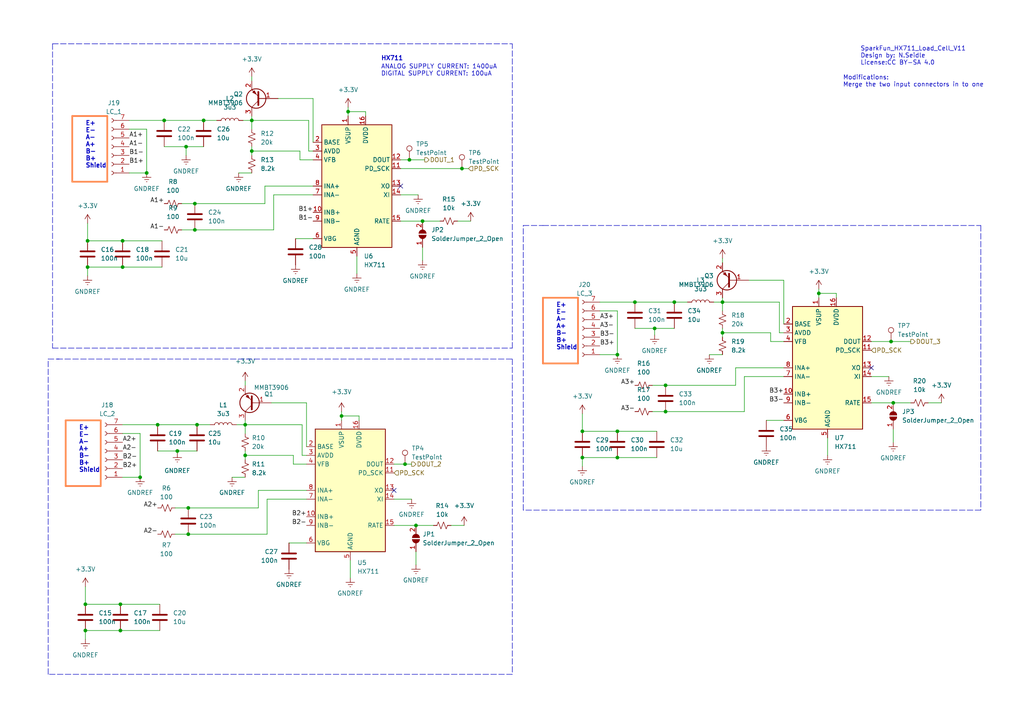
<source format=kicad_sch>
(kicad_sch (version 20211123) (generator eeschema)
  (paper "A4")
  (title_block (title "CAE32 pedals") (rev "2") (comment 1 "Desing by: janc18"))
  (lib_symbols
    (symbol "Analog_ADC:HX711"
      (property "Reference" "U" (at 5.08 21.59 0))
      (property "Value" "HX711" (at 7.62 19.05 0))
      (symbol "HX711_0_1"
        (rectangle (start -10.16 17.78) (end 10.16 -17.78) (stroke (width 0.254)) (fill (type background)))
      )
      (symbol "HX711_1_1"
        (pin power_in line (at -2.54 20.32 270) (length 2.54) (name "VSUP") (number "1"))
        (pin input line (at -12.7 -7.62 0) (length 2.54) (name "INB+") (number "10"))
        (pin input line (at 12.7 5.08 180) (length 2.54) (name "PD_SCK") (number "11"))
        (pin output line (at 12.7 7.62 180) (length 2.54) (name "DOUT") (number "12"))
        (pin passive line (at 12.7 0 180) (length 2.54) (name "XO") (number "13"))
        (pin passive line (at 12.7 -2.54 180) (length 2.54) (name "XI") (number "14"))
        (pin input line (at 12.7 -10.16 180) (length 2.54) (name "RATE") (number "15"))
        (pin power_in line (at 2.54 20.32 270) (length 2.54) (name "DVDD") (number "16"))
        (pin passive line (at -12.7 12.7 0) (length 2.54) (name "BASE") (number "2"))
        (pin power_in line (at -12.7 10.16 0) (length 2.54) (name "AVDD") (number "3"))
        (pin input line (at -12.7 7.62 0) (length 2.54) (name "VFB") (number "4"))
        (pin power_in line (at 0 -20.32 90) (length 2.54) (name "AGND") (number "5"))
        (pin passive line (at -12.7 -15.24 0) (length 2.54) (name "VBG") (number "6"))
        (pin input line (at -12.7 -2.54 0) (length 2.54) (name "INA-") (number "7"))
        (pin input line (at -12.7 0 0) (length 2.54) (name "INA+") (number "8"))
        (pin input line (at -12.7 -10.16 0) (length 2.54) (name "INB-") (number "9"))
      )
    )
    (symbol "Connector:Conn_01x07_Female" (pin_names (offset 1.016) hide)
      (property "Reference" "J" (at 0 10.16 0))
      (property "Value" "Conn_01x07_Female" (at 0 -10.16 0))
      (symbol "Conn_01x07_Female_1_1"
        (arc (start 0 -7.112) (mid -0.508 -7.62) (end 0 -8.128) (stroke (width 0.1524)))
        (arc (start 0 -4.572) (mid -0.508 -5.08) (end 0 -5.588) (stroke (width 0.1524)))
        (arc (start 0 -2.032) (mid -0.508 -2.54) (end 0 -3.048) (stroke (width 0.1524)))
        (polyline (pts (xy -1.27 -7.62) (xy -0.508 -7.62)) (stroke (width 0.1524)))
        (polyline (pts (xy -1.27 -5.08) (xy -0.508 -5.08)) (stroke (width 0.1524)))
        (polyline (pts (xy -1.27 -2.54) (xy -0.508 -2.54)) (stroke (width 0.1524)))
        (polyline (pts (xy -1.27 0) (xy -0.508 0)) (stroke (width 0.1524)))
        (polyline (pts (xy -1.27 2.54) (xy -0.508 2.54)) (stroke (width 0.1524)))
        (polyline (pts (xy -1.27 5.08) (xy -0.508 5.08)) (stroke (width 0.1524)))
        (polyline (pts (xy -1.27 7.62) (xy -0.508 7.62)) (stroke (width 0.1524)))
        (arc (start 0 0.508) (mid -0.508 0) (end 0 -0.508) (stroke (width 0.1524)))
        (arc (start 0 3.048) (mid -0.508 2.54) (end 0 2.032) (stroke (width 0.1524)))
        (arc (start 0 5.588) (mid -0.508 5.08) (end 0 4.572) (stroke (width 0.1524)))
        (arc (start 0 8.128) (mid -0.508 7.62) (end 0 7.112) (stroke (width 0.1524)))
        (pin passive line (at -5.08 7.62 0) (length 3.81) (name "Pin_1") (number "1"))
        (pin passive line (at -5.08 5.08 0) (length 3.81) (name "Pin_2") (number "2"))
        (pin passive line (at -5.08 2.54 0) (length 3.81) (name "Pin_3") (number "3"))
        (pin passive line (at -5.08 0 0) (length 3.81) (name "Pin_4") (number "4"))
        (pin passive line (at -5.08 -2.54 0) (length 3.81) (name "Pin_5") (number "5"))
        (pin passive line (at -5.08 -5.08 0) (length 3.81) (name "Pin_6") (number "6"))
        (pin passive line (at -5.08 -7.62 0) (length 3.81) (name "Pin_7") (number "7"))
      )
    )
    (symbol "Connector:TestPoint" (pin_numbers hide) (pin_names (offset 0.762) hide)
      (property "Reference" "TP" (at 0 6.858 0))
      (property "Value" "TestPoint" (at 0 5.08 0))
      (symbol "TestPoint_0_1"
        (circle (center 0 3.302) (radius 0.762))
      )
      (symbol "TestPoint_1_1"
        (pin passive line (at 0 0 90) (length 2.54) (name "1") (number "1"))
      )
    )
    (symbol "Device:C" (pin_numbers hide) (pin_names (offset 0.254))
      (property "Reference" "C" (at 0.635 2.54 0))
      (property "Value" "C" (at 0.635 -2.54 0))
      (symbol "C_0_1"
        (polyline (pts (xy -2.032 -0.762) (xy 2.032 -0.762)) (stroke (width 0.508)))
        (polyline (pts (xy -2.032 0.762) (xy 2.032 0.762)) (stroke (width 0.508)))
      )
      (symbol "C_1_1"
        (pin passive line (at 0 3.81 270) (length 2.794) (name "~") (number "1"))
        (pin passive line (at 0 -3.81 90) (length 2.794) (name "~") (number "2"))
      )
    )
    (symbol "Device:L" (pin_numbers hide) (pin_names (offset 1.016) hide)
      (property "Reference" "L" (at -1.27 0 90))
      (property "Value" "L" (at 1.905 0 90))
      (symbol "L_0_1"
        (arc (start 0 -2.54) (mid 0.635 -1.905) (end 0 -1.27))
        (arc (start 0 -1.27) (mid 0.635 -0.635) (end 0 0))
        (arc (start 0 0) (mid 0.635 0.635) (end 0 1.27))
        (arc (start 0 1.27) (mid 0.635 1.905) (end 0 2.54))
      )
      (symbol "L_1_1"
        (pin passive line (at 0 3.81 270) (length 1.27) (name "1") (number "1"))
        (pin passive line (at 0 -3.81 90) (length 1.27) (name "2") (number "2"))
      )
    )
    (symbol "Device:R_Small_US" (pin_numbers hide) (pin_names (offset 0.254) hide)
      (property "Reference" "R" (at 0.762 0.508 0))
      (property "Value" "R_Small_US" (at 0.762 -1.016 0))
      (symbol "R_Small_US_1_1"
        (polyline (pts (xy 0 0) (xy 1.016 -0.381) (xy 0 -0.762) (xy -1.016 -1.143) (xy 0 -1.524)))
        (polyline (pts (xy 0 1.524) (xy 1.016 1.143) (xy 0 0.762) (xy -1.016 0.381) (xy 0 0)))
        (pin passive line (at 0 2.54 270) (length 1.016) (name "~") (number "1"))
        (pin passive line (at 0 -2.54 90) (length 1.016) (name "~") (number "2"))
      )
    )
    (symbol "GNDREF_1" (power) (pin_names (offset 0))
      (property "Value" "GNDREF_1" (at 0 -3.81 0))
      (symbol "GNDREF_1_0_1"
        (polyline (pts (xy -0.635 -1.905) (xy 0.635 -1.905)))
        (polyline (pts (xy -0.127 -2.54) (xy 0.127 -2.54)))
        (polyline (pts (xy 0 -1.27) (xy 0 0)))
        (polyline (pts (xy 1.27 -1.27) (xy -1.27 -1.27)))
      )
      (symbol "GNDREF_1_1_1"
        (pin power_in line (at 0 0 270) (length 0) hide (name "GNDREF") (number "1"))
      )
    )
    (symbol "Jumper:SolderJumper_2_Open" (pin_names (offset 0) hide)
      (property "Reference" "JP" (at 0 2.032 0))
      (property "Value" "SolderJumper_2_Open" (at 0 -2.54 0))
      (symbol "SolderJumper_2_Open_0_1"
        (arc (start -0.254 1.016) (mid -1.27 0) (end -0.254 -1.016))
        (arc (start -0.254 1.016) (mid -1.27 0) (end -0.254 -1.016) (fill (type outline)))
        (polyline (pts (xy -0.254 1.016) (xy -0.254 -1.016)))
        (polyline (pts (xy 0.254 1.016) (xy 0.254 -1.016)))
        (arc (start 0.254 -1.016) (mid 1.27 0) (end 0.254 1.016))
        (arc (start 0.254 -1.016) (mid 1.27 0) (end 0.254 1.016) (fill (type outline)))
      )
      (symbol "SolderJumper_2_Open_1_1"
        (pin passive line (at -3.81 0 0) (length 2.54) (name "A") (number "1"))
        (pin passive line (at 3.81 0 180) (length 2.54) (name "B") (number "2"))
      )
    )
    (symbol "Transistor_BJT:MMBT3906" (pin_names (offset 0) hide)
      (property "Reference" "Q" (at 5.08 1.905 0))
      (property "Value" "MMBT3906" (at 5.08 0 0))
      (symbol "MMBT3906_0_1"
        (polyline (pts (xy 0.635 0.635) (xy 2.54 2.54)))
        (polyline (pts (xy 0.635 -0.635) (xy 2.54 -2.54) (xy 2.54 -2.54)))
        (polyline (pts (xy 0.635 1.905) (xy 0.635 -1.905) (xy 0.635 -1.905)) (stroke (width 0.508)))
        (polyline (pts (xy 2.286 -1.778) (xy 1.778 -2.286) (xy 1.27 -1.27) (xy 2.286 -1.778) (xy 2.286 -1.778)) (fill (type outline)))
        (circle (center 1.27 0) (radius 2.8194) (stroke (width 0.254)))
      )
      (symbol "MMBT3906_1_1"
        (pin input line (at -5.08 0 0) (length 5.715) (name "B") (number "1"))
        (pin passive line (at 2.54 -5.08 90) (length 2.54) (name "E") (number "2"))
        (pin passive line (at 2.54 5.08 270) (length 2.54) (name "C") (number "3"))
      )
    )
    (symbol "power:+3.3V" (power) (pin_names (offset 0))
      (property "Value" "+3.3V" (at 0 3.556 0))
      (symbol "+3.3V_0_1"
        (polyline (pts (xy -0.762 1.27) (xy 0 2.54)))
        (polyline (pts (xy 0 0) (xy 0 2.54)))
        (polyline (pts (xy 0 2.54) (xy 0.762 1.27)))
      )
      (symbol "+3.3V_1_1"
        (pin power_in line (at 0 0 90) (length 0) hide (name "+3.3V") (number "1"))
      )
    )
  )
  (junction (at 100.965 32.385))
  (junction (at 40.64 138.43))
  (junction (at 120.65 152.4))
  (junction (at 122.555 64.135))
  (junction (at 193.04 111.76))
  (junction (at 179.07 102.87))
  (junction (at 71.12 123.19))
  (junction (at 118.745 46.355))
  (junction (at 195.58 87.63))
  (junction (at 168.91 125.095))
  (junction (at 35.56 69.85))
  (junction (at 73.025 43.815))
  (junction (at 189.865 95.25))
  (junction (at 24.765 175.26))
  (junction (at 99.06 120.65))
  (junction (at 54.61 147.32))
  (junction (at 35.56 77.47))
  (junction (at 54.61 154.94))
  (junction (at 25.4 69.85))
  (junction (at 179.07 132.715))
  (junction (at 179.07 125.095))
  (junction (at 25.4 77.47))
  (junction (at 209.55 87.63))
  (junction (at 34.925 182.88))
  (junction (at 24.765 182.88))
  (junction (at 53.975 42.545))
  (junction (at 193.04 119.38))
  (junction (at 57.15 123.19))
  (junction (at 34.925 175.26))
  (junction (at 73.025 34.925))
  (junction (at 133.985 48.895))
  (junction (at 258.445 99.06))
  (junction (at 45.72 123.19))
  (junction (at 259.08 116.84))
  (junction (at 184.15 87.63))
  (junction (at 237.49 85.09))
  (junction (at 209.55 96.52))
  (junction (at 71.12 132.08))
  (junction (at 117.475 134.62))
  (junction (at 51.435 130.81))
  (junction (at 59.055 34.925))
  (junction (at 168.91 132.715))
  (junction (at 56.515 59.055))
  (junction (at 42.545 50.165))
  (junction (at 56.515 66.675))
  (junction (at 47.625 34.925))
  (no_connect (at 252.73 106.68))
  (no_connect (at 114.3 142.24))
  (no_connect (at 116.205 53.975))
  (wire (pts (xy 76.835 59.055) (xy 56.515 59.055)))
  (wire (pts (xy 103.505 74.295) (xy 103.505 79.375)))
  (wire (pts (xy 114.3 144.78) (xy 119.38 144.78)))
  (wire (pts (xy 90.805 56.515) (xy 79.375 56.515)))
  (wire (pts (xy 25.4 69.85) (xy 35.56 69.85)))
  (polyline (pts (xy 19.05 121.92) (xy 19.05 140.97)) (stroke (width 0.5) (type solid) (color 255 132 74 1)))
  (wire (pts (xy 179.07 90.17) (xy 179.07 102.87)))
  (wire (pts (xy 85.09 132.08) (xy 71.12 132.08)))
  (polyline (pts (xy 284.48 147.955) (xy 151.765 147.955)))
  (wire (pts (xy 242.57 85.09) (xy 237.49 85.09)))
  (wire (pts (xy 89.535 43.815) (xy 90.805 43.815)))
  (wire (pts (xy 59.055 34.925) (xy 62.865 34.925)))
  (wire (pts (xy 122.555 71.755) (xy 122.555 75.565)))
  (wire (pts (xy 209.55 86.36) (xy 209.55 87.63)))
  (wire (pts (xy 47.625 42.545) (xy 53.975 42.545)))
  (wire (pts (xy 120.65 160.02) (xy 120.65 163.83)))
  (wire (pts (xy 173.99 87.63) (xy 184.15 87.63)))
  (wire (pts (xy 35.56 69.85) (xy 46.99 69.85)))
  (wire (pts (xy 37.465 37.465) (xy 42.545 37.465)))
  (wire (pts (xy 24.765 175.26) (xy 34.925 175.26)))
  (polyline (pts (xy 15.24 12.7) (xy 15.24 100.965)))
  (polyline (pts (xy 13.97 195.58) (xy 13.97 104.14)))
  (wire (pts (xy 79.375 56.515) (xy 79.375 66.675)))
  (wire (pts (xy 79.375 66.675) (xy 56.515 66.675)))
  (wire (pts (xy 184.15 95.25) (xy 189.865 95.25)))
  (polyline (pts (xy 148.59 195.58) (xy 13.97 195.58)))
  (wire (pts (xy 47.625 34.925) (xy 59.055 34.925)))
  (wire (pts (xy 88.9 116.84) (xy 88.9 129.54)))
  (wire (pts (xy 90.805 53.975) (xy 76.835 53.975)))
  (wire (pts (xy 40.64 125.73) (xy 40.64 138.43)))
  (wire (pts (xy 101.6 162.56) (xy 101.6 167.64)))
  (wire (pts (xy 209.55 87.63) (xy 226.06 87.63)))
  (wire (pts (xy 86.995 43.815) (xy 73.025 43.815)))
  (wire (pts (xy 223.52 96.52) (xy 209.55 96.52)))
  (wire (pts (xy 71.12 132.08) (xy 71.12 133.35)))
  (wire (pts (xy 189.865 95.25) (xy 195.58 95.25)))
  (wire (pts (xy 100.965 32.385) (xy 100.965 33.655)))
  (wire (pts (xy 130.81 152.4) (xy 134.62 152.4)))
  (wire (pts (xy 227.33 81.28) (xy 227.33 93.98)))
  (wire (pts (xy 120.65 152.4) (xy 125.73 152.4)))
  (wire (pts (xy 25.4 77.47) (xy 25.4 80.01)))
  (wire (pts (xy 71.12 110.49) (xy 71.12 111.76)))
  (wire (pts (xy 173.99 102.87) (xy 179.07 102.87)))
  (wire (pts (xy 74.93 147.32) (xy 54.61 147.32)))
  (wire (pts (xy 242.57 86.36) (xy 242.57 85.09)))
  (wire (pts (xy 207.01 87.63) (xy 209.55 87.63)))
  (wire (pts (xy 70.485 34.925) (xy 73.025 34.925)))
  (polyline (pts (xy 16.51 104.14) (xy 148.59 104.14)))
  (wire (pts (xy 122.555 64.135) (xy 127.635 64.135)))
  (wire (pts (xy 73.025 43.815) (xy 73.025 45.085)))
  (wire (pts (xy 106.045 33.655) (xy 106.045 32.385)))
  (wire (pts (xy 209.55 87.63) (xy 209.55 90.17)))
  (wire (pts (xy 73.025 42.545) (xy 73.025 43.815)))
  (wire (pts (xy 24.765 182.88) (xy 34.925 182.88)))
  (wire (pts (xy 69.215 50.165) (xy 73.025 50.165)))
  (wire (pts (xy 73.025 22.225) (xy 73.025 23.495)))
  (wire (pts (xy 53.975 42.545) (xy 53.975 45.085)))
  (wire (pts (xy 57.15 123.19) (xy 60.96 123.19)))
  (wire (pts (xy 73.025 34.925) (xy 73.025 37.465)))
  (wire (pts (xy 35.56 77.47) (xy 46.99 77.47)))
  (wire (pts (xy 189.23 119.38) (xy 193.04 119.38)))
  (wire (pts (xy 205.74 102.87) (xy 209.55 102.87)))
  (wire (pts (xy 264.16 99.06) (xy 258.445 99.06)))
  (wire (pts (xy 227.33 99.06) (xy 223.52 99.06)))
  (wire (pts (xy 88.9 142.24) (xy 74.93 142.24)))
  (wire (pts (xy 34.925 175.26) (xy 46.355 175.26)))
  (polyline (pts (xy 31.115 33.655) (xy 20.955 33.655)) (stroke (width 0.5) (type solid) (color 255 132 74 1)))
  (wire (pts (xy 179.07 132.715) (xy 190.5 132.715)))
  (wire (pts (xy 50.8 147.32) (xy 54.61 147.32)))
  (wire (pts (xy 222.25 121.92) (xy 227.33 121.92)))
  (polyline (pts (xy 15.24 12.7) (xy 148.59 12.7)))
  (polyline (pts (xy 151.765 65.405) (xy 157.48 65.405)))
  (wire (pts (xy 88.9 134.62) (xy 85.09 134.62)))
  (wire (pts (xy 132.715 64.135) (xy 136.525 64.135)))
  (wire (pts (xy 116.205 56.515) (xy 121.285 56.515)))
  (wire (pts (xy 209.55 96.52) (xy 209.55 97.79)))
  (polyline (pts (xy 167.64 105.41) (xy 167.64 86.36)) (stroke (width 0.5) (type solid) (color 255 132 74 1)))
  (wire (pts (xy 259.08 116.84) (xy 264.16 116.84)))
  (wire (pts (xy 123.19 46.355) (xy 118.745 46.355)))
  (polyline (pts (xy 20.955 52.705) (xy 31.115 52.705)) (stroke (width 0.5) (type solid) (color 255 132 74 1)))
  (wire (pts (xy 189.865 95.25) (xy 189.865 97.155)))
  (wire (pts (xy 116.205 48.895) (xy 133.985 48.895)))
  (wire (pts (xy 87.63 132.08) (xy 88.9 132.08)))
  (polyline (pts (xy 148.59 104.14) (xy 148.59 195.58)))
  (wire (pts (xy 86.995 46.355) (xy 86.995 43.815)))
  (wire (pts (xy 73.025 33.655) (xy 73.025 34.925)))
  (wire (pts (xy 258.445 99.06) (xy 252.73 99.06)))
  (wire (pts (xy 53.975 42.545) (xy 59.055 42.545)))
  (wire (pts (xy 173.99 90.17) (xy 179.07 90.17)))
  (wire (pts (xy 240.03 127) (xy 240.03 132.08)))
  (wire (pts (xy 227.33 106.68) (xy 213.36 106.68)))
  (wire (pts (xy 83.82 157.48) (xy 88.9 157.48)))
  (wire (pts (xy 35.56 125.73) (xy 40.64 125.73)))
  (wire (pts (xy 34.925 182.88) (xy 46.355 182.88)))
  (wire (pts (xy 215.9 109.22) (xy 215.9 119.38)))
  (wire (pts (xy 168.91 125.095) (xy 179.07 125.095)))
  (wire (pts (xy 269.24 116.84) (xy 273.05 116.84)))
  (wire (pts (xy 88.9 144.78) (xy 77.47 144.78)))
  (wire (pts (xy 68.58 123.19) (xy 71.12 123.19)))
  (polyline (pts (xy 157.48 86.36) (xy 157.48 105.41)) (stroke (width 0.5) (type solid) (color 255 132 74 1)))
  (wire (pts (xy 213.36 106.68) (xy 213.36 111.76)))
  (wire (pts (xy 227.33 109.22) (xy 215.9 109.22)))
  (wire (pts (xy 51.435 130.81) (xy 57.15 130.81)))
  (wire (pts (xy 168.91 132.715) (xy 179.07 132.715)))
  (wire (pts (xy 179.07 125.095) (xy 190.5 125.095)))
  (wire (pts (xy 73.025 34.925) (xy 89.535 34.925)))
  (wire (pts (xy 37.465 50.165) (xy 42.545 50.165)))
  (wire (pts (xy 71.12 123.19) (xy 87.63 123.19)))
  (wire (pts (xy 71.12 121.92) (xy 71.12 123.19)))
  (wire (pts (xy 215.9 119.38) (xy 193.04 119.38)))
  (wire (pts (xy 252.73 116.84) (xy 259.08 116.84)))
  (wire (pts (xy 99.06 119.38) (xy 99.06 120.65)))
  (wire (pts (xy 35.56 123.19) (xy 45.72 123.19)))
  (wire (pts (xy 71.12 123.19) (xy 71.12 125.73)))
  (wire (pts (xy 209.55 95.25) (xy 209.55 96.52)))
  (polyline (pts (xy 13.97 104.14) (xy 17.145 104.14)))
  (wire (pts (xy 78.74 116.84) (xy 88.9 116.84)))
  (wire (pts (xy 80.645 28.575) (xy 90.805 28.575)))
  (wire (pts (xy 85.09 134.62) (xy 85.09 132.08)))
  (wire (pts (xy 237.49 85.09) (xy 237.49 86.36)))
  (polyline (pts (xy 19.05 140.97) (xy 29.21 140.97)) (stroke (width 0.5) (type solid) (color 255 132 74 1)))
  (wire (pts (xy 209.55 74.93) (xy 209.55 76.2)))
  (wire (pts (xy 118.745 46.355) (xy 116.205 46.355)))
  (wire (pts (xy 90.805 28.575) (xy 90.805 41.275)))
  (wire (pts (xy 24.765 182.88) (xy 24.765 185.42)))
  (wire (pts (xy 213.36 111.76) (xy 193.04 111.76)))
  (wire (pts (xy 89.535 34.925) (xy 89.535 43.815)))
  (polyline (pts (xy 157.48 105.41) (xy 167.64 105.41)) (stroke (width 0.5) (type solid) (color 255 132 74 1)))
  (wire (pts (xy 168.91 120.015) (xy 168.91 125.095)))
  (wire (pts (xy 45.72 130.81) (xy 51.435 130.81)))
  (polyline (pts (xy 151.765 147.955) (xy 151.765 65.405)))
  (wire (pts (xy 104.14 121.92) (xy 104.14 120.65)))
  (wire (pts (xy 87.63 123.19) (xy 87.63 132.08)))
  (wire (pts (xy 52.705 66.675) (xy 56.515 66.675)))
  (wire (pts (xy 117.475 134.62) (xy 119.38 134.62)))
  (wire (pts (xy 133.985 48.895) (xy 135.89 48.895)))
  (wire (pts (xy 71.12 130.81) (xy 71.12 132.08)))
  (wire (pts (xy 35.56 138.43) (xy 40.64 138.43)))
  (wire (pts (xy 24.765 170.18) (xy 24.765 175.26)))
  (polyline (pts (xy 20.955 33.655) (xy 20.955 52.705)) (stroke (width 0.5) (type solid) (color 255 132 74 1)))
  (wire (pts (xy 100.965 31.115) (xy 100.965 32.385)))
  (wire (pts (xy 85.725 69.215) (xy 90.805 69.215)))
  (wire (pts (xy 45.72 123.19) (xy 57.15 123.19)))
  (wire (pts (xy 74.93 142.24) (xy 74.93 147.32)))
  (wire (pts (xy 168.91 132.715) (xy 168.91 135.255)))
  (polyline (pts (xy 167.64 86.36) (xy 157.48 86.36)) (stroke (width 0.5) (type solid) (color 255 132 74 1)))
  (wire (pts (xy 76.835 53.975) (xy 76.835 59.055)))
  (polyline (pts (xy 284.48 65.405) (xy 284.48 147.955)))
  (wire (pts (xy 116.205 64.135) (xy 122.555 64.135)))
  (polyline (pts (xy 148.59 100.965) (xy 148.59 12.7)))
  (wire (pts (xy 25.4 77.47) (xy 35.56 77.47)))
  (wire (pts (xy 114.3 152.4) (xy 120.65 152.4)))
  (polyline (pts (xy 15.24 100.965) (xy 148.59 100.965)))
  (polyline (pts (xy 31.115 52.705) (xy 31.115 33.655)) (stroke (width 0.5) (type solid) (color 255 132 74 1)))
  (wire (pts (xy 114.3 134.62) (xy 117.475 134.62)))
  (wire (pts (xy 51.435 130.81) (xy 51.435 131.445)))
  (wire (pts (xy 237.49 83.82) (xy 237.49 85.09)))
  (polyline (pts (xy 157.48 65.405) (xy 284.48 65.405)))
  (wire (pts (xy 25.4 64.77) (xy 25.4 69.85)))
  (wire (pts (xy 106.045 32.385) (xy 100.965 32.385)))
  (wire (pts (xy 77.47 154.94) (xy 54.61 154.94)))
  (wire (pts (xy 223.52 99.06) (xy 223.52 96.52)))
  (wire (pts (xy 67.31 138.43) (xy 71.12 138.43)))
  (wire (pts (xy 104.14 120.65) (xy 99.06 120.65)))
  (wire (pts (xy 217.17 81.28) (xy 227.33 81.28)))
  (polyline (pts (xy 29.21 140.97) (xy 29.21 121.92)) (stroke (width 0.5) (type solid) (color 255 132 74 1)))
  (wire (pts (xy 195.58 87.63) (xy 199.39 87.63)))
  (wire (pts (xy 42.545 37.465) (xy 42.545 50.165)))
  (wire (pts (xy 184.15 87.63) (xy 195.58 87.63)))
  (wire (pts (xy 99.06 120.65) (xy 99.06 121.92)))
  (wire (pts (xy 37.465 34.925) (xy 47.625 34.925)))
  (wire (pts (xy 189.23 111.76) (xy 193.04 111.76)))
  (wire (pts (xy 226.06 87.63) (xy 226.06 96.52)))
  (wire (pts (xy 50.8 154.94) (xy 54.61 154.94)))
  (wire (pts (xy 52.705 59.055) (xy 56.515 59.055)))
  (wire (pts (xy 252.73 109.22) (xy 257.81 109.22)))
  (wire (pts (xy 259.08 124.46) (xy 259.08 128.27)))
  (wire (pts (xy 77.47 144.78) (xy 77.47 154.94)))
  (wire (pts (xy 90.805 46.355) (xy 86.995 46.355)))
  (polyline (pts (xy 29.21 121.92) (xy 19.05 121.92)) (stroke (width 0.5) (type solid) (color 255 132 74 1)))
  (wire (pts (xy 226.06 96.52) (xy 227.33 96.52)))
  (text "HX711" (at 110.49 17.78 0) (effects (font (size 1.27 1.27) (thickness 0.254) bold) (justify left bottom)))
  (text "SparkFun_HX711_Load_Cell_V11\nDesign by: N.Seidle\nLicense:CC BY-SA 4.0" (at 249.555 19.05 0) (effects (font (size 1.27 1.27)) (justify left bottom)))
  (text "E+\nE-\nA-\nA+\nB-\nB+\nShield" (at 22.86 137.16 0) (effects (font (size 1.27 1.27) (thickness 0.254) bold) (justify left bottom)))
  (text "E+\nE-\nA-\nA+\nB-\nB+\nShield" (at 161.29 101.6 0) (effects (font (size 1.27 1.27) (thickness 0.254) bold) (justify left bottom)))
  (text "E+\nE-\nA-\nA+\nB-\nB+\nShield" (at 24.765 48.895 0) (effects (font (size 1.27 1.27) (thickness 0.254) bold) (justify left bottom)))
  (text "ANALOG SUPPLY CURRENT: 1400uA\nDIGITAL SUPPLY CURRENT: 100uA" (at 110.49 22.225 0) (effects (font (size 1.27 1.27)) (justify left bottom)))
  (text "Modifications:\nMerge the two input connectors in to one" (at 244.475 25.4 0) (effects (font (size 1.27 1.27)) (justify left bottom)))
  (label "B2+" (at 35.56 135.89 0))
  (label "A1+" (at 37.465 40.005 0))
  (label "B2+" (at 88.9 149.86 180))
  (label "B3-" (at 227.33 116.84 180))
  (label "A2-" (at 45.72 154.94 180))
  (label "B2-" (at 88.9 152.4 180))
  (label "A3-" (at 173.99 95.25 0))
  (label "B1-" (at 37.465 45.085 0))
  (label "B3+" (at 227.33 114.3 180))
  (label "A2+" (at 35.56 128.27 0))
  (label "A1-" (at 37.465 42.545 0))
  (label "B2-" (at 35.56 133.35 0))
  (label "B3+" (at 173.99 100.33 0))
  (label "A1-" (at 47.625 66.675 180))
  (label "B3-" (at 173.99 97.79 0))
  (label "B1-" (at 90.805 64.135 180))
  (label "A2-" (at 35.56 130.81 0))
  (label "B1+" (at 37.465 47.625 0))
  (label "B1+" (at 90.805 61.595 180))
  (label "A3+" (at 184.15 111.76 180))
  (label "A1+" (at 47.625 59.055 180))
  (label "A3-" (at 184.15 119.38 180))
  (label "A2+" (at 45.72 147.32 180))
  (label "A3+" (at 173.99 92.71 0))
  (hierarchical_label "PD_SCK" (shape input) (at 114.3 137.16 0))
  (hierarchical_label "PD_SCK" (shape input) (at 135.89 48.895 0))
  (hierarchical_label "DOUT_3" (shape output) (at 264.16 99.06 0))
  (hierarchical_label "DOUT_1" (shape output) (at 123.19 46.355 0))
  (hierarchical_label "PD_SCK" (shape input) (at 252.73 101.6 0))
  (hierarchical_label "DOUT_2" (shape output) (at 119.38 134.62 0))
  (symbol (lib_id "Transistor_BJT:MMBT3906") (at 75.565 28.575 180) (unit 1)
    (property "Reference" "Q2" (at 70.485 27.3049 0) (effects (justify left)))
    (property "Value" "MMBT3906" (at 70.485 29.8449 0) (effects (justify left)))
    (property "Footprint" "Package_TO_SOT_SMD:SOT-23" (effects hide))
    (property "Datasheet" "https://www.onsemi.com/pub/Collateral/2N3906-D.PDF" (effects hide))
  )
  (symbol (lib_name "GNDREF_1") (lib_id "power:GNDREF") (at 83.82 165.1 0) (unit 1)
    (property "Reference" "#PWR074" (effects hide))
    (property "Value" "GNDREF" (at 83.82 169.545 0))
  )
  (symbol (lib_id "power:+3.3V") (at 24.765 170.18 0) (unit 1)
    (property "Reference" "#PWR062" (effects hide))
    (property "Value" "+3.3V" (at 24.765 165.1 0))
  )
  (symbol (lib_id "Device:R_Small_US") (at 209.55 92.71 0) (unit 1)
    (property "Reference" "R18" (at 212.09 91.4399 0) (effects (justify left)))
    (property "Value" "20k" (at 212.09 93.9799 0) (effects (justify left)))
    (property "Footprint" "Resistor_SMD:R_0603_1608Metric_Pad0.98x0.95mm_HandSolder" (effects hide))
    (property "LCSC_PART" "C4184" (effects hide))
  )
  (symbol (lib_id "Device:C") (at 222.25 125.73 0) (unit 1)
    (property "Reference" "C35" (at 226.06 124.4599 0) (effects (justify left)))
    (property "Value" "100n" (at 226.06 126.9999 0) (effects (justify left)))
    (property "Footprint" "Capacitor_SMD:C_0603_1608Metric_Pad1.08x0.95mm_HandSolder" (effects hide))
    (property "LCSC_PART" "c1591" (effects hide))
  )
  (symbol (lib_id "power:+3.3V") (at 99.06 119.38 0) (unit 1)
    (property "Reference" "#PWR076" (effects hide))
    (property "Value" "+3.3V" (at 99.06 113.665 0))
  )
  (symbol (lib_id "Device:R_Small_US") (at 130.175 64.135 90) (unit 1)
    (property "Reference" "R15" (at 130.175 57.785 90))
    (property "Value" "10k" (at 130.175 60.325 90))
    (property "Footprint" "Resistor_SMD:R_0603_1608Metric_Pad0.98x0.95mm_HandSolder" (effects hide))
    (property "LCSC_PART" "C25804" (effects hide))
  )
  (symbol (lib_id "Device:R_Small_US") (at 186.69 119.38 270) (unit 1)
    (property "Reference" "R17" (at 186.69 113.03 90))
    (property "Value" "100" (at 186.69 115.57 90))
    (property "Footprint" "Resistor_SMD:R_0603_1608Metric_Pad0.98x0.95mm_HandSolder" (effects hide))
    (property "LCSC_PART" "C22775" (effects hide))
  )
  (symbol (lib_id "Device:R_Small_US") (at 71.12 135.89 0) (unit 1)
    (property "Reference" "R11" (at 73.025 134.6199 0) (effects (justify left)))
    (property "Value" "8.2k" (at 73.025 137.1599 0) (effects (justify left)))
    (property "Footprint" "Resistor_SMD:R_0603_1608Metric_Pad0.98x0.95mm_HandSolder" (effects hide))
    (property "LCSC_PART" "C114637" (effects hide))
  )
  (symbol (lib_id "power:+3.3V") (at 100.965 31.115 0) (unit 1)
    (property "Reference" "#PWR077" (effects hide))
    (property "Value" "+3.3V" (at 100.965 26.035 0))
  )
  (symbol (lib_id "Device:R_Small_US") (at 73.025 40.005 0) (unit 1)
    (property "Reference" "R12" (at 75.565 38.7349 0) (effects (justify left)))
    (property "Value" "20k" (at 75.565 41.2749 0) (effects (justify left)))
    (property "Footprint" "Resistor_SMD:R_0603_1608Metric_Pad0.98x0.95mm_HandSolder" (effects hide))
    (property "LCSC_PART" "C4184" (effects hide))
  )
  (symbol (lib_name "GNDREF_1") (lib_id "power:GNDREF") (at 257.81 109.22 0) (unit 1)
    (property "Reference" "#PWR095" (effects hide))
    (property "Value" "GNDREF" (at 257.81 113.792 0))
  )
  (symbol (lib_id "Device:C") (at 193.04 115.57 0) (unit 1)
    (property "Reference" "C33" (at 196.85 114.2999 0) (effects (justify left)))
    (property "Value" "100n" (at 196.85 116.8399 0) (effects (justify left)))
    (property "Footprint" "Capacitor_SMD:C_0603_1608Metric_Pad1.08x0.95mm_HandSolder" (effects hide))
    (property "LCSC_PART" "c1591" (effects hide))
  )
  (symbol (lib_name "GNDREF_1") (lib_id "power:GNDREF") (at 42.545 50.165 0) (unit 1)
    (property "Reference" "#PWR067" (effects hide))
    (property "Value" "GNDREF" (at 42.545 54.737 0))
  )
  (symbol (lib_id "Device:R_Small_US") (at 73.025 47.625 0) (unit 1)
    (property "Reference" "R13" (at 75.565 46.3549 0) (effects (justify left)))
    (property "Value" "8.2k" (at 75.565 48.8949 0) (effects (justify left)))
    (property "Footprint" "Resistor_SMD:R_0603_1608Metric_Pad0.98x0.95mm_HandSolder" (effects hide))
    (property "LCSC_PART" "C114637" (effects hide))
  )
  (symbol (lib_id "Device:R_Small_US") (at 209.55 100.33 0) (unit 1)
    (property "Reference" "R19" (at 212.09 99.0599 0) (effects (justify left)))
    (property "Value" "8.2k" (at 212.09 101.5999 0) (effects (justify left)))
    (property "Footprint" "Resistor_SMD:R_0603_1608Metric_Pad0.98x0.95mm_HandSolder" (effects hide))
    (property "LCSC_PART" "C114637" (effects hide))
  )
  (symbol (lib_id "Device:C") (at 24.765 179.07 0) (unit 1)
    (property "Reference" "C15" (at 28.575 177.7999 0) (effects (justify left)))
    (property "Value" "100n" (at 28.575 180.3399 0) (effects (justify left)))
    (property "Footprint" "Capacitor_SMD:C_0603_1608Metric_Pad1.08x0.95mm_HandSolder" (effects hide))
    (property "LCSC_PART" "c1591" (effects hide))
  )
  (symbol (lib_id "power:+3.3V") (at 237.49 83.82 0) (unit 1)
    (property "Reference" "#PWR093" (effects hide))
    (property "Value" "+3.3V" (at 237.49 78.74 0))
  )
  (symbol (lib_name "GNDREF_1") (lib_id "power:GNDREF") (at 85.725 76.835 0) (unit 1)
    (property "Reference" "#PWR075" (effects hide))
    (property "Value" "GNDREF" (at 85.725 81.407 0))
  )
  (symbol (lib_id "Connector:Conn_01x07_Female") (at 168.91 95.25 180) (unit 1)
    (property "Reference" "J20" (at 169.545 82.55 0))
    (property "Value" "LC_3" (at 169.545 85.09 0))
    (property "Footprint" "Connector_PinSocket_2.54mm:PinSocket_1x07_P2.54mm_Vertical" (effects hide))
    (property "LCSC_PART" "C2832270" (effects hide))
  )
  (symbol (lib_id "power:+3.3V") (at 73.025 22.225 0) (unit 1)
    (property "Reference" "#PWR073" (effects hide))
    (property "Value" "+3.3V" (at 73.025 17.145 0))
  )
  (symbol (lib_name "GNDREF_1") (lib_id "power:GNDREF") (at 259.08 128.27 0) (unit 1)
    (property "Reference" "#PWR096" (effects hide))
    (property "Value" "GNDREF" (at 259.08 132.842 0))
  )
  (symbol (lib_name "GNDREF_1") (lib_id "power:GNDREF") (at 120.65 163.83 0) (unit 1)
    (property "Reference" "#PWR081" (effects hide))
    (property "Value" "GNDREF" (at 120.65 168.275 0))
  )
  (symbol (lib_name "GNDREF_1") (lib_id "power:GNDREF") (at 25.4 80.01 0) (unit 1)
    (property "Reference" "#PWR065" (effects hide))
    (property "Value" "GNDREF" (at 25.4 84.582 0))
  )
  (symbol (lib_id "Device:C") (at 56.515 62.865 0) (unit 1)
    (property "Reference" "C24" (at 60.325 61.5949 0) (effects (justify left)))
    (property "Value" "100n" (at 60.325 64.1349 0) (effects (justify left)))
    (property "Footprint" "Capacitor_SMD:C_0603_1608Metric_Pad1.08x0.95mm_HandSolder" (effects hide))
    (property "LCSC_PART" "c1591" (effects hide))
  )
  (symbol (lib_name "GNDREF_1") (lib_id "power:GNDREF") (at 53.975 45.085 0) (unit 1)
    (property "Reference" "#PWR069" (effects hide))
    (property "Value" "GNDREF" (at 53.975 49.657 0))
  )
  (symbol (lib_id "Connector:TestPoint") (at 258.445 99.06 0) (unit 1)
    (property "Reference" "TP7" (at 260.35 94.4879 0) (effects (justify left)))
    (property "Value" "TestPoint" (at 260.35 97.0279 0) (effects (justify left)))
    (property "Footprint" "TestPoint:TestPoint_Pad_D1.0mm" (effects hide))
  )
  (symbol (lib_id "Connector:Conn_01x07_Female") (at 30.48 130.81 180) (unit 1)
    (property "Reference" "J18" (at 31.115 117.475 0))
    (property "Value" "LC_2" (at 31.115 120.015 0))
    (property "Footprint" "Connector_PinSocket_2.54mm:PinSocket_1x07_P2.54mm_Vertical" (effects hide))
    (property "LCSC_PART" "C2832270" (effects hide))
  )
  (symbol (lib_id "Device:R_Small_US") (at 266.7 116.84 90) (unit 1)
    (property "Reference" "R20" (at 266.7 110.49 90))
    (property "Value" "10k" (at 266.7 113.03 90))
    (property "Footprint" "Resistor_SMD:R_0603_1608Metric_Pad0.98x0.95mm_HandSolder" (effects hide))
    (property "LCSC_PART" "C25804" (effects hide))
  )
  (symbol (lib_id "Device:L") (at 203.2 87.63 90) (unit 1)
    (property "Reference" "L3" (at 203.2 81.28 90))
    (property "Value" "3u3" (at 203.2 83.82 90))
    (property "Footprint" "Inductor_SMD:L_0402_1005Metric_Pad0.77x0.64mm_HandSolder" (effects hide))
    (property "LCSC_PART" "C84474" (effects hide))
  )
  (symbol (lib_name "GNDREF_1") (lib_id "power:GNDREF") (at 67.31 138.43 0) (unit 1)
    (property "Reference" "#PWR070" (effects hide))
    (property "Value" "GNDREF" (at 67.31 142.875 0))
  )
  (symbol (lib_name "GNDREF_1") (lib_id "power:GNDREF") (at 168.91 135.255 0) (unit 1)
    (property "Reference" "#PWR087" (effects hide))
    (property "Value" "GNDREF" (at 168.91 139.827 0))
  )
  (symbol (lib_name "GNDREF_1") (lib_id "power:GNDREF") (at 179.07 102.87 0) (unit 1)
    (property "Reference" "#PWR088" (effects hide))
    (property "Value" "GNDREF" (at 179.07 107.442 0))
  )
  (symbol (lib_id "Device:C") (at 46.355 179.07 0) (unit 1)
    (property "Reference" "C20" (at 50.165 177.7999 0) (effects (justify left)))
    (property "Value" "10u" (at 50.165 180.3399 0) (effects (justify left)))
    (property "Footprint" "Capacitor_SMD:C_0603_1608Metric_Pad1.08x0.95mm_HandSolder" (effects hide))
    (property "LCSC_PART" "C1691" (effects hide))
  )
  (symbol (lib_id "Device:C") (at 45.72 127 0) (unit 1)
    (property "Reference" "C19" (at 48.895 125.7299 0) (effects (justify left)))
    (property "Value" "100n" (at 48.895 128.2699 0) (effects (justify left)))
    (property "Footprint" "Capacitor_SMD:C_0603_1608Metric_Pad1.08x0.95mm_HandSolder" (effects hide))
    (property "LCSC_PART" "c1591" (effects hide))
  )
  (symbol (lib_id "Device:C") (at 57.15 127 0) (unit 1)
    (property "Reference" "C25" (at 60.325 125.7299 0) (effects (justify left)))
    (property "Value" "10u" (at 60.325 128.2699 0) (effects (justify left)))
    (property "Footprint" "Capacitor_SMD:C_0603_1608Metric_Pad1.08x0.95mm_HandSolder" (effects hide))
    (property "LCSC_PART" "C1691" (effects hide))
  )
  (symbol (lib_name "GNDREF_1") (lib_id "power:GNDREF") (at 122.555 75.565 0) (unit 1)
    (property "Reference" "#PWR083" (effects hide))
    (property "Value" "GNDREF" (at 122.555 80.137 0))
  )
  (symbol (lib_id "Device:R_Small_US") (at 50.165 66.675 270) (unit 1)
    (property "Reference" "R9" (at 50.165 60.325 90))
    (property "Value" "100" (at 50.165 62.865 90))
    (property "Footprint" "Resistor_SMD:R_0603_1608Metric_Pad0.98x0.95mm_HandSolder" (effects hide))
    (property "LCSC_PART" "C22775" (effects hide))
  )
  (symbol (lib_id "Device:C") (at 83.82 161.29 0) (unit 1)
    (property "Reference" "C27" (at 80.645 160.0199 0) (effects (justify right)))
    (property "Value" "100n" (at 80.645 162.5599 0) (effects (justify right)))
    (property "Footprint" "Capacitor_SMD:C_0603_1608Metric_Pad1.08x0.95mm_HandSolder" (effects hide))
    (property "LCSC_PART" "c1591" (effects hide))
  )
  (symbol (lib_name "GNDREF_1") (lib_id "power:GNDREF") (at 103.505 79.375 0) (unit 1)
    (property "Reference" "#PWR079" (effects hide))
    (property "Value" "GNDREF" (at 103.505 83.947 0))
  )
  (symbol (lib_id "Device:C") (at 195.58 91.44 0) (unit 1)
    (property "Reference" "C34" (at 199.39 90.1699 0) (effects (justify left)))
    (property "Value" "10u" (at 199.39 92.7099 0) (effects (justify left)))
    (property "Footprint" "Capacitor_SMD:C_0603_1608Metric_Pad1.08x0.95mm_HandSolder" (effects hide))
    (property "LCSC_PART" "C1691" (effects hide))
  )
  (symbol (lib_id "Device:L") (at 66.675 34.925 90) (unit 1)
    (property "Reference" "L2" (at 66.675 28.575 90))
    (property "Value" "3u3" (at 66.675 31.115 90))
    (property "Footprint" "Inductor_SMD:L_0402_1005Metric_Pad0.77x0.64mm_HandSolder" (effects hide))
    (property "LCSC_PART" "C84474" (effects hide))
  )
  (symbol (lib_name "GNDREF_1") (lib_id "power:GNDREF") (at 40.64 138.43 0) (unit 1)
    (property "Reference" "#PWR066" (effects hide))
    (property "Value" "GNDREF" (at 40.64 142.875 0))
  )
  (symbol (lib_name "GNDREF_1") (lib_id "power:GNDREF") (at 119.38 144.78 0) (unit 1)
    (property "Reference" "#PWR080" (effects hide))
    (property "Value" "GNDREF" (at 119.38 149.225 0))
  )
  (symbol (lib_name "GNDREF_1") (lib_id "power:GNDREF") (at 69.215 50.165 0) (unit 1)
    (property "Reference" "#PWR071" (effects hide))
    (property "Value" "GNDREF" (at 69.215 54.737 0))
  )
  (symbol (lib_id "Device:C") (at 179.07 128.905 0) (unit 1)
    (property "Reference" "C30" (at 182.88 127.6349 0) (effects (justify left)))
    (property "Value" "100n" (at 182.88 130.1749 0) (effects (justify left)))
    (property "Footprint" "Capacitor_SMD:C_0603_1608Metric_Pad1.08x0.95mm_HandSolder" (effects hide))
    (property "LCSC_PART" "c1591" (effects hide))
  )
  (symbol (lib_id "Device:L") (at 64.77 123.19 90) (unit 1)
    (property "Reference" "L1" (at 64.77 117.475 90))
    (property "Value" "3u3" (at 64.77 120.015 90))
    (property "Footprint" "Inductor_SMD:L_0402_1005Metric_Pad0.77x0.64mm_HandSolder" (effects hide))
    (property "LCSC_PART" "C84474" (effects hide))
  )
  (symbol (lib_id "Device:C") (at 54.61 151.13 0) (unit 1)
    (property "Reference" "C23" (at 57.785 149.8599 0) (effects (justify left)))
    (property "Value" "100n" (at 57.785 152.3999 0) (effects (justify left)))
    (property "Footprint" "Capacitor_SMD:C_0603_1608Metric_Pad1.08x0.95mm_HandSolder" (effects hide))
    (property "LCSC_PART" "c1591" (effects hide))
  )
  (symbol (lib_id "Device:R_Small_US") (at 128.27 152.4 90) (unit 1)
    (property "Reference" "R14" (at 128.27 146.685 90))
    (property "Value" "10k" (at 128.27 149.225 90))
    (property "Footprint" "Resistor_SMD:R_0603_1608Metric_Pad0.98x0.95mm_HandSolder" (effects hide))
    (property "LCSC_PART" "C25804" (effects hide))
  )
  (symbol (lib_id "Connector:Conn_01x07_Female") (at 32.385 42.545 180) (unit 1)
    (property "Reference" "J19" (at 33.02 29.845 0))
    (property "Value" "LC_1" (at 33.02 32.385 0))
    (property "Footprint" "Connector_PinSocket_2.54mm:PinSocket_1x07_P2.54mm_Vertical" (effects hide))
    (property "LCSC_PART" "C2832270" (effects hide))
  )
  (symbol (lib_id "Analog_ADC:HX711") (at 240.03 106.68 0) (unit 1)
    (property "Reference" "U7" (at 242.0494 127 0) (effects (justify left)))
    (property "Value" "HX711" (at 242.0494 129.54 0) (effects (justify left)))
    (property "Footprint" "Package_SO:SOP-16_3.9x9.9mm_P1.27mm" (effects hide))
    (property "Datasheet" "https://cdn.sparkfun.com/datasheets/Sensors/ForceFlex/hx711_english.pdf" (effects hide))
    (property "LCSC_PART" "C43656" (effects hide))
  )
  (symbol (lib_name "GNDREF_1") (lib_id "power:GNDREF") (at 189.865 97.155 0) (unit 1)
    (property "Reference" "#PWR089" (effects hide))
    (property "Value" "GNDREF" (at 189.865 101.727 0))
  )
  (symbol (lib_id "Device:C") (at 168.91 128.905 0) (unit 1)
    (property "Reference" "C29" (at 172.72 127.6349 0) (effects (justify left)))
    (property "Value" "100n" (at 172.72 130.1749 0) (effects (justify left)))
    (property "Footprint" "Capacitor_SMD:C_0603_1608Metric_Pad1.08x0.95mm_HandSolder" (effects hide))
    (property "LCSC_PART" "c1591" (effects hide))
  )
  (symbol (lib_id "Device:C") (at 34.925 179.07 0) (unit 1)
    (property "Reference" "C17" (at 38.735 177.7999 0) (effects (justify left)))
    (property "Value" "100n" (at 38.735 180.3399 0) (effects (justify left)))
    (property "Footprint" "Capacitor_SMD:C_0603_1608Metric_Pad1.08x0.95mm_HandSolder" (effects hide))
    (property "LCSC_PART" "c1591" (effects hide))
  )
  (symbol (lib_id "Device:C") (at 47.625 38.735 0) (unit 1)
    (property "Reference" "C22" (at 51.435 37.4649 0) (effects (justify left)))
    (property "Value" "100n" (at 51.435 40.0049 0) (effects (justify left)))
    (property "Footprint" "Capacitor_SMD:C_0603_1608Metric_Pad1.08x0.95mm_HandSolder" (effects hide))
    (property "LCSC_PART" "c1591" (effects hide))
  )
  (symbol (lib_id "Analog_ADC:HX711") (at 103.505 53.975 0) (unit 1)
    (property "Reference" "U6" (at 105.5244 74.295 0) (effects (justify left)))
    (property "Value" "HX711" (at 105.5244 76.835 0) (effects (justify left)))
    (property "Footprint" "Package_SO:SOP-16_3.9x9.9mm_P1.27mm" (effects hide))
    (property "Datasheet" "https://cdn.sparkfun.com/datasheets/Sensors/ForceFlex/hx711_english.pdf" (effects hide))
    (property "LCSC_PART" "C43656" (effects hide))
  )
  (symbol (lib_name "GNDREF_1") (lib_id "power:GNDREF") (at 51.435 131.445 0) (unit 1)
    (property "Reference" "#PWR068" (effects hide))
    (property "Value" "GNDREF" (at 51.435 136.525 0))
  )
  (symbol (lib_name "GNDREF_1") (lib_id "power:GNDREF") (at 121.285 56.515 0) (unit 1)
    (property "Reference" "#PWR082" (effects hide))
    (property "Value" "GNDREF" (at 121.285 61.087 0))
  )
  (symbol (lib_name "GNDREF_1") (lib_id "power:GNDREF") (at 240.03 132.08 0) (unit 1)
    (property "Reference" "#PWR094" (effects hide))
    (property "Value" "GNDREF" (at 240.03 136.652 0))
  )
  (symbol (lib_name "GNDREF_1") (lib_id "power:GNDREF") (at 222.25 129.54 0) (unit 1)
    (property "Reference" "#PWR092" (effects hide))
    (property "Value" "GNDREF" (at 222.25 134.112 0))
  )
  (symbol (lib_name "GNDREF_1") (lib_id "power:GNDREF") (at 101.6 167.64 0) (unit 1)
    (property "Reference" "#PWR078" (effects hide))
    (property "Value" "GNDREF" (at 101.6 172.085 0))
  )
  (symbol (lib_id "Connector:TestPoint") (at 118.745 46.355 0) (unit 1)
    (property "Reference" "TP5" (at 120.65 41.7829 0) (effects (justify left)))
    (property "Value" "TestPoint" (at 120.65 44.3229 0) (effects (justify left)))
    (property "Footprint" "TestPoint:TestPoint_Pad_D1.0mm" (effects hide))
  )
  (symbol (lib_id "Jumper:SolderJumper_2_Open") (at 120.65 156.21 90) (unit 1)
    (property "Reference" "JP1" (at 122.555 154.9399 90) (effects (justify right)))
    (property "Value" "SolderJumper_2_Open" (at 122.555 157.4799 90) (effects (justify right)))
    (property "Footprint" "Jumper:SolderJumper-2_P1.3mm_Open_RoundedPad1.0x1.5mm" (effects hide))
  )
  (symbol (lib_id "power:+3.3V") (at 71.12 110.49 0) (unit 1)
    (property "Reference" "#PWR072" (effects hide))
    (property "Value" "+3.3V" (at 71.12 104.775 0))
  )
  (symbol (lib_id "Device:C") (at 25.4 73.66 0) (unit 1)
    (property "Reference" "C16" (at 29.21 72.3899 0) (effects (justify left)))
    (property "Value" "100n" (at 29.21 74.9299 0) (effects (justify left)))
    (property "Footprint" "Capacitor_SMD:C_0603_1608Metric_Pad1.08x0.95mm_HandSolder" (effects hide))
    (property "LCSC_PART" "c1591" (effects hide))
  )
  (symbol (lib_id "Connector:TestPoint") (at 133.985 48.895 0) (unit 1)
    (property "Reference" "TP6" (at 135.89 44.3229 0) (effects (justify left)))
    (property "Value" "TestPoint" (at 135.89 46.8629 0) (effects (justify left)))
    (property "Footprint" "TestPoint:TestPoint_Pad_D1.0mm" (effects hide))
  )
  (symbol (lib_id "Transistor_BJT:MMBT3906") (at 212.09 81.28 180) (unit 1)
    (property "Reference" "Q3" (at 207.01 80.0099 0) (effects (justify left)))
    (property "Value" "MMBT3906" (at 207.01 82.5499 0) (effects (justify left)))
    (property "Footprint" "Package_TO_SOT_SMD:SOT-23" (effects hide))
    (property "Datasheet" "https://www.onsemi.com/pub/Collateral/2N3906-D.PDF" (effects hide))
  )
  (symbol (lib_id "Device:R_Small_US") (at 186.69 111.76 90) (unit 1)
    (property "Reference" "R16" (at 186.69 105.41 90))
    (property "Value" "100" (at 186.69 107.95 90))
    (property "Footprint" "Resistor_SMD:R_0603_1608Metric_Pad0.98x0.95mm_HandSolder" (effects hide))
    (property "LCSC_PART" "C22775" (effects hide))
  )
  (symbol (lib_name "GNDREF_1") (lib_id "power:GNDREF") (at 205.74 102.87 0) (unit 1)
    (property "Reference" "#PWR090" (effects hide))
    (property "Value" "GNDREF" (at 205.74 107.442 0))
  )
  (symbol (lib_id "power:+3.3V") (at 273.05 116.84 0) (unit 1)
    (property "Reference" "#PWR097" (effects hide))
    (property "Value" "+3.3V" (at 273.05 111.76 0))
  )
  (symbol (lib_id "Device:C") (at 59.055 38.735 0) (unit 1)
    (property "Reference" "C26" (at 62.865 37.4649 0) (effects (justify left)))
    (property "Value" "10u" (at 62.865 40.0049 0) (effects (justify left)))
    (property "Footprint" "Capacitor_SMD:C_0603_1608Metric_Pad1.08x0.95mm_HandSolder" (effects hide))
    (property "LCSC_PART" "C1691" (effects hide))
  )
  (symbol (lib_id "Jumper:SolderJumper_2_Open") (at 122.555 67.945 90) (unit 1)
    (property "Reference" "JP2" (at 125.095 66.6749 90) (effects (justify right)))
    (property "Value" "SolderJumper_2_Open" (at 125.095 69.2149 90) (effects (justify right)))
    (property "Footprint" "Jumper:SolderJumper-2_P1.3mm_Open_RoundedPad1.0x1.5mm" (effects hide))
  )
  (symbol (lib_id "Jumper:SolderJumper_2_Open") (at 259.08 120.65 90) (unit 1)
    (property "Reference" "JP3" (at 261.62 119.3799 90) (effects (justify right)))
    (property "Value" "SolderJumper_2_Open" (at 261.62 121.9199 90) (effects (justify right)))
    (property "Footprint" "Jumper:SolderJumper-2_P1.3mm_Open_RoundedPad1.0x1.5mm" (effects hide))
  )
  (symbol (lib_id "Device:C") (at 85.725 73.025 0) (unit 1)
    (property "Reference" "C28" (at 89.535 71.7549 0) (effects (justify left)))
    (property "Value" "100n" (at 89.535 74.2949 0) (effects (justify left)))
    (property "Footprint" "Capacitor_SMD:C_0603_1608Metric_Pad1.08x0.95mm_HandSolder" (effects hide))
    (property "LCSC_PART" "c1591" (effects hide))
  )
  (symbol (lib_id "power:+3.3V") (at 209.55 74.93 0) (unit 1)
    (property "Reference" "#PWR091" (effects hide))
    (property "Value" "+3.3V" (at 209.55 69.85 0))
  )
  (symbol (lib_id "Device:R_Small_US") (at 71.12 128.27 0) (unit 1)
    (property "Reference" "R10" (at 73.025 126.9999 0) (effects (justify left)))
    (property "Value" "20k" (at 73.025 129.5399 0) (effects (justify left)))
    (property "Footprint" "Resistor_SMD:R_0603_1608Metric_Pad0.98x0.95mm_HandSolder" (effects hide))
    (property "LCSC_PART" "C4184" (effects hide))
  )
  (symbol (lib_id "Device:C") (at 35.56 73.66 0) (unit 1)
    (property "Reference" "C18" (at 39.37 72.3899 0) (effects (justify left)))
    (property "Value" "100n" (at 39.37 74.9299 0) (effects (justify left)))
    (property "Footprint" "Capacitor_SMD:C_0603_1608Metric_Pad1.08x0.95mm_HandSolder" (effects hide))
    (property "LCSC_PART" "c1591" (effects hide))
  )
  (symbol (lib_id "Device:C") (at 190.5 128.905 0) (unit 1)
    (property "Reference" "C32" (at 194.31 127.6349 0) (effects (justify left)))
    (property "Value" "10u" (at 194.31 130.1749 0) (effects (justify left)))
    (property "Footprint" "Capacitor_SMD:C_0603_1608Metric_Pad1.08x0.95mm_HandSolder" (effects hide))
    (property "LCSC_PART" "C1691" (effects hide))
  )
  (symbol (lib_id "Device:C") (at 46.99 73.66 0) (unit 1)
    (property "Reference" "C21" (at 50.8 72.3899 0) (effects (justify left)))
    (property "Value" "10u" (at 50.8 74.9299 0) (effects (justify left)))
    (property "Footprint" "Capacitor_SMD:C_0603_1608Metric_Pad1.08x0.95mm_HandSolder" (effects hide))
    (property "LCSC_PART" "C1691" (effects hide))
  )
  (symbol (lib_name "GNDREF_1") (lib_id "power:GNDREF") (at 24.765 185.42 0) (unit 1)
    (property "Reference" "#PWR063" (effects hide))
    (property "Value" "GNDREF" (at 24.765 189.992 0))
  )
  (symbol (lib_id "power:+3.3V") (at 25.4 64.77 0) (unit 1)
    (property "Reference" "#PWR064" (effects hide))
    (property "Value" "+3.3V" (at 25.4 59.69 0))
  )
  (symbol (lib_id "Device:C") (at 184.15 91.44 0) (unit 1)
    (property "Reference" "C31" (at 187.96 90.1699 0) (effects (justify left)))
    (property "Value" "100n" (at 187.96 92.7099 0) (effects (justify left)))
    (property "Footprint" "Capacitor_SMD:C_0603_1608Metric_Pad1.08x0.95mm_HandSolder" (effects hide))
    (property "LCSC_PART" "c1591" (effects hide))
  )
  (symbol (lib_id "Transistor_BJT:MMBT3906") (at 73.66 116.84 180) (unit 1)
    (property "Reference" "Q1" (at 79.375 114.3 0) (effects (justify left)))
    (property "Value" "MMBT3906" (at 83.82 112.395 0) (effects (justify left)))
    (property "Footprint" "Package_TO_SOT_SMD:SOT-23" (effects hide))
    (property "Datasheet" "https://www.onsemi.com/pub/Collateral/2N3906-D.PDF" (effects hide))
  )
  (symbol (lib_id "Connector:TestPoint") (at 117.475 134.62 0) (unit 1)
    (property "Reference" "TP4" (at 119.38 130.0479 0) (effects (justify left)))
    (property "Value" "TestPoint" (at 119.38 132.5879 0) (effects (justify left)))
    (property "Footprint" "TestPoint:TestPoint_Pad_D1.0mm" (effects hide))
  )
  (symbol (lib_id "Device:R_Small_US") (at 48.26 154.94 270) (unit 1)
    (property "Reference" "R7" (at 48.26 158.115 90))
    (property "Value" "100" (at 48.26 160.655 90))
    (property "Footprint" "Resistor_SMD:R_0603_1608Metric_Pad0.98x0.95mm_HandSolder" (effects hide))
    (property "LCSC_PART" "C22775" (effects hide))
  )
  (symbol (lib_id "power:+3.3V") (at 134.62 152.4 0) (unit 1)
    (property "Reference" "#PWR084" (effects hide))
    (property "Value" "+3.3V" (at 134.62 146.685 0))
  )
  (symbol (lib_id "power:+3.3V") (at 168.91 120.015 0) (unit 1)
    (property "Reference" "#PWR086" (effects hide))
    (property "Value" "+3.3V" (at 168.91 114.935 0))
  )
  (symbol (lib_id "power:+3.3V") (at 136.525 64.135 0) (unit 1)
    (property "Reference" "#PWR085" (effects hide))
    (property "Value" "+3.3V" (at 136.525 59.055 0))
  )
  (symbol (lib_id "Device:R_Small_US") (at 48.26 147.32 90) (unit 1)
    (property "Reference" "R6" (at 48.26 141.605 90))
    (property "Value" "100" (at 48.26 144.145 90))
    (property "Footprint" "Resistor_SMD:R_0603_1608Metric_Pad0.98x0.95mm_HandSolder" (effects hide))
    (property "LCSC_PART" "C22775" (effects hide))
  )
  (symbol (lib_id "Analog_ADC:HX711") (at 101.6 142.24 0) (unit 1)
    (property "Reference" "U5" (at 103.6194 163.195 0) (effects (justify left)))
    (property "Value" "HX711" (at 103.6194 165.735 0) (effects (justify left)))
    (property "Footprint" "Package_SO:SOP-16_3.9x9.9mm_P1.27mm" (effects hide))
    (property "Datasheet" "https://cdn.sparkfun.com/datasheets/Sensors/ForceFlex/hx711_english.pdf" (effects hide))
    (property "LCSC_PART" "C43656" (effects hide))
  )
  (symbol (lib_id "Device:R_Small_US") (at 50.165 59.055 90) (unit 1)
    (property "Reference" "R8" (at 50.165 52.705 90))
    (property "Value" "100" (at 50.165 55.245 90))
    (property "Footprint" "Resistor_SMD:R_0603_1608Metric_Pad0.98x0.95mm_HandSolder" (effects hide))
    (property "LCSC_PART" "C22775" (effects hide))
  )
)
</source>
